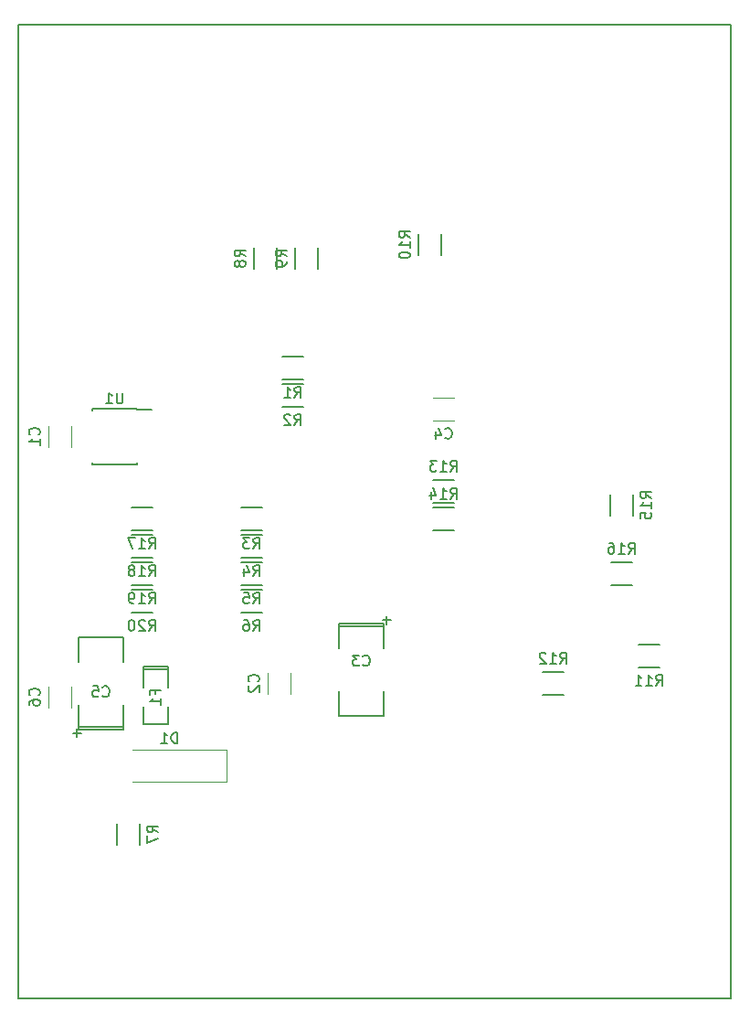
<source format=gbr>
%TF.GenerationSoftware,KiCad,Pcbnew,4.0.7*%
%TF.CreationDate,2018-04-11T17:00:31+03:00*%
%TF.ProjectId,mmnet_base_00,6D6D6E65745F626173655F30302E6B69,rev?*%
%TF.FileFunction,Legend,Bot*%
%FSLAX46Y46*%
G04 Gerber Fmt 4.6, Leading zero omitted, Abs format (unit mm)*
G04 Created by KiCad (PCBNEW 4.0.7) date 04/11/18 17:00:31*
%MOMM*%
%LPD*%
G01*
G04 APERTURE LIST*
%ADD10C,0.100000*%
%ADD11C,0.150000*%
%ADD12C,0.120000*%
G04 APERTURE END LIST*
D10*
D11*
X170180000Y-41910000D02*
X170180000Y-132080000D01*
X104140000Y-41910000D02*
X104140000Y-132080000D01*
X170180000Y-132080000D02*
X104140000Y-132080000D01*
X104140000Y-41910000D02*
X170180000Y-41910000D01*
D12*
X106925000Y-81010000D02*
X106925000Y-79010000D01*
X108975000Y-79010000D02*
X108975000Y-81010000D01*
X127245000Y-103870000D02*
X127245000Y-101870000D01*
X129295000Y-101870000D02*
X129295000Y-103870000D01*
D11*
X133789420Y-97600440D02*
X137990580Y-97600440D01*
X133789420Y-97299780D02*
X137990580Y-97299780D01*
X133789420Y-105900220D02*
X137990580Y-105900220D01*
X137995660Y-103596440D02*
X137995660Y-105882440D01*
X133784340Y-105882440D02*
X133784340Y-103596440D01*
X133784340Y-99601020D02*
X133784340Y-97315020D01*
X137995660Y-97317560D02*
X137995660Y-99603560D01*
D12*
X144510000Y-78495000D02*
X142510000Y-78495000D01*
X142510000Y-76445000D02*
X144510000Y-76445000D01*
D11*
X113860580Y-106869560D02*
X109659420Y-106869560D01*
X113860580Y-107170220D02*
X109659420Y-107170220D01*
X113860580Y-98569780D02*
X109659420Y-98569780D01*
X109654340Y-100873560D02*
X109654340Y-98587560D01*
X113865660Y-98587560D02*
X113865660Y-100873560D01*
X113865660Y-104868980D02*
X113865660Y-107154980D01*
X109654340Y-107152440D02*
X109654340Y-104866440D01*
D12*
X106925000Y-105140000D02*
X106925000Y-103140000D01*
X108975000Y-103140000D02*
X108975000Y-105140000D01*
X114710000Y-108990000D02*
X123410000Y-108990000D01*
X123410000Y-108990000D02*
X123410000Y-111990000D01*
X123410000Y-111990000D02*
X114710000Y-111990000D01*
D11*
X115697000Y-101600000D02*
X115697000Y-101346000D01*
X115697000Y-101346000D02*
X117983000Y-101346000D01*
X117983000Y-101346000D02*
X117983000Y-101600000D01*
X115697000Y-101600000D02*
X117983000Y-101600000D01*
X117983000Y-101600000D02*
X117983000Y-103251000D01*
X115697000Y-105029000D02*
X115697000Y-106680000D01*
X115697000Y-106680000D02*
X117983000Y-106680000D01*
X117983000Y-106680000D02*
X117983000Y-105029000D01*
X115697000Y-103251000D02*
X115697000Y-101600000D01*
X130540000Y-72585000D02*
X128540000Y-72585000D01*
X128540000Y-74735000D02*
X130540000Y-74735000D01*
X130540000Y-75125000D02*
X128540000Y-75125000D01*
X128540000Y-77275000D02*
X130540000Y-77275000D01*
X126730000Y-86555000D02*
X124730000Y-86555000D01*
X124730000Y-88705000D02*
X126730000Y-88705000D01*
X126730000Y-89095000D02*
X124730000Y-89095000D01*
X124730000Y-91245000D02*
X126730000Y-91245000D01*
X126730000Y-91635000D02*
X124730000Y-91635000D01*
X124730000Y-93785000D02*
X126730000Y-93785000D01*
X126730000Y-94175000D02*
X124730000Y-94175000D01*
X124730000Y-96325000D02*
X126730000Y-96325000D01*
X113225000Y-115840000D02*
X113225000Y-117840000D01*
X115375000Y-117840000D02*
X115375000Y-115840000D01*
X128075000Y-64500000D02*
X128075000Y-62500000D01*
X125925000Y-62500000D02*
X125925000Y-64500000D01*
X131885000Y-64500000D02*
X131885000Y-62500000D01*
X129735000Y-62500000D02*
X129735000Y-64500000D01*
X143315000Y-63230000D02*
X143315000Y-61230000D01*
X141165000Y-61230000D02*
X141165000Y-63230000D01*
X163560000Y-99255000D02*
X161560000Y-99255000D01*
X161560000Y-101405000D02*
X163560000Y-101405000D01*
X152670000Y-103945000D02*
X154670000Y-103945000D01*
X154670000Y-101795000D02*
X152670000Y-101795000D01*
X142510000Y-86165000D02*
X144510000Y-86165000D01*
X144510000Y-84015000D02*
X142510000Y-84015000D01*
X142510000Y-88705000D02*
X144510000Y-88705000D01*
X144510000Y-86555000D02*
X142510000Y-86555000D01*
X158945000Y-85360000D02*
X158945000Y-87360000D01*
X161095000Y-87360000D02*
X161095000Y-85360000D01*
X159020000Y-93785000D02*
X161020000Y-93785000D01*
X161020000Y-91635000D02*
X159020000Y-91635000D01*
X116570000Y-86555000D02*
X114570000Y-86555000D01*
X114570000Y-88705000D02*
X116570000Y-88705000D01*
X116570000Y-89095000D02*
X114570000Y-89095000D01*
X114570000Y-91245000D02*
X116570000Y-91245000D01*
X116570000Y-91635000D02*
X114570000Y-91635000D01*
X114570000Y-93785000D02*
X116570000Y-93785000D01*
X116570000Y-94175000D02*
X114570000Y-94175000D01*
X114570000Y-96325000D02*
X116570000Y-96325000D01*
X115105000Y-77435000D02*
X115105000Y-77485000D01*
X110955000Y-77435000D02*
X110955000Y-77580000D01*
X110955000Y-82585000D02*
X110955000Y-82440000D01*
X115105000Y-82585000D02*
X115105000Y-82440000D01*
X115105000Y-77435000D02*
X110955000Y-77435000D01*
X115105000Y-82585000D02*
X110955000Y-82585000D01*
X115105000Y-77485000D02*
X116505000Y-77485000D01*
X106007143Y-79843334D02*
X106054762Y-79795715D01*
X106102381Y-79652858D01*
X106102381Y-79557620D01*
X106054762Y-79414762D01*
X105959524Y-79319524D01*
X105864286Y-79271905D01*
X105673810Y-79224286D01*
X105530952Y-79224286D01*
X105340476Y-79271905D01*
X105245238Y-79319524D01*
X105150000Y-79414762D01*
X105102381Y-79557620D01*
X105102381Y-79652858D01*
X105150000Y-79795715D01*
X105197619Y-79843334D01*
X106102381Y-80795715D02*
X106102381Y-80224286D01*
X106102381Y-80510000D02*
X105102381Y-80510000D01*
X105245238Y-80414762D01*
X105340476Y-80319524D01*
X105388095Y-80224286D01*
X126327143Y-102703334D02*
X126374762Y-102655715D01*
X126422381Y-102512858D01*
X126422381Y-102417620D01*
X126374762Y-102274762D01*
X126279524Y-102179524D01*
X126184286Y-102131905D01*
X125993810Y-102084286D01*
X125850952Y-102084286D01*
X125660476Y-102131905D01*
X125565238Y-102179524D01*
X125470000Y-102274762D01*
X125422381Y-102417620D01*
X125422381Y-102512858D01*
X125470000Y-102655715D01*
X125517619Y-102703334D01*
X125517619Y-103084286D02*
X125470000Y-103131905D01*
X125422381Y-103227143D01*
X125422381Y-103465239D01*
X125470000Y-103560477D01*
X125517619Y-103608096D01*
X125612857Y-103655715D01*
X125708095Y-103655715D01*
X125850952Y-103608096D01*
X126422381Y-103036667D01*
X126422381Y-103655715D01*
X136056666Y-101157043D02*
X136104285Y-101204662D01*
X136247142Y-101252281D01*
X136342380Y-101252281D01*
X136485238Y-101204662D01*
X136580476Y-101109424D01*
X136628095Y-101014186D01*
X136675714Y-100823710D01*
X136675714Y-100680852D01*
X136628095Y-100490376D01*
X136580476Y-100395138D01*
X136485238Y-100299900D01*
X136342380Y-100252281D01*
X136247142Y-100252281D01*
X136104285Y-100299900D01*
X136056666Y-100347519D01*
X135723333Y-100252281D02*
X135104285Y-100252281D01*
X135437619Y-100633233D01*
X135294761Y-100633233D01*
X135199523Y-100680852D01*
X135151904Y-100728471D01*
X135104285Y-100823710D01*
X135104285Y-101061805D01*
X135151904Y-101157043D01*
X135199523Y-101204662D01*
X135294761Y-101252281D01*
X135580476Y-101252281D01*
X135675714Y-101204662D01*
X135723333Y-101157043D01*
X138262669Y-96619108D02*
X138262669Y-97381013D01*
X138643621Y-97000061D02*
X137881716Y-97000061D01*
X143676666Y-80127143D02*
X143724285Y-80174762D01*
X143867142Y-80222381D01*
X143962380Y-80222381D01*
X144105238Y-80174762D01*
X144200476Y-80079524D01*
X144248095Y-79984286D01*
X144295714Y-79793810D01*
X144295714Y-79650952D01*
X144248095Y-79460476D01*
X144200476Y-79365238D01*
X144105238Y-79270000D01*
X143962380Y-79222381D01*
X143867142Y-79222381D01*
X143724285Y-79270000D01*
X143676666Y-79317619D01*
X142819523Y-79555714D02*
X142819523Y-80222381D01*
X143057619Y-79174762D02*
X143295714Y-79889048D01*
X142676666Y-79889048D01*
X111926666Y-104027243D02*
X111974285Y-104074862D01*
X112117142Y-104122481D01*
X112212380Y-104122481D01*
X112355238Y-104074862D01*
X112450476Y-103979624D01*
X112498095Y-103884386D01*
X112545714Y-103693910D01*
X112545714Y-103551052D01*
X112498095Y-103360576D01*
X112450476Y-103265338D01*
X112355238Y-103170100D01*
X112212380Y-103122481D01*
X112117142Y-103122481D01*
X111974285Y-103170100D01*
X111926666Y-103217719D01*
X111021904Y-103122481D02*
X111498095Y-103122481D01*
X111545714Y-103598671D01*
X111498095Y-103551052D01*
X111402857Y-103503433D01*
X111164761Y-103503433D01*
X111069523Y-103551052D01*
X111021904Y-103598671D01*
X110974285Y-103693910D01*
X110974285Y-103932005D01*
X111021904Y-104027243D01*
X111069523Y-104074862D01*
X111164761Y-104122481D01*
X111402857Y-104122481D01*
X111498095Y-104074862D01*
X111545714Y-104027243D01*
X109530189Y-107088988D02*
X109530189Y-107850893D01*
X109911141Y-107469941D02*
X109149236Y-107469941D01*
X106007143Y-103973334D02*
X106054762Y-103925715D01*
X106102381Y-103782858D01*
X106102381Y-103687620D01*
X106054762Y-103544762D01*
X105959524Y-103449524D01*
X105864286Y-103401905D01*
X105673810Y-103354286D01*
X105530952Y-103354286D01*
X105340476Y-103401905D01*
X105245238Y-103449524D01*
X105150000Y-103544762D01*
X105102381Y-103687620D01*
X105102381Y-103782858D01*
X105150000Y-103925715D01*
X105197619Y-103973334D01*
X105102381Y-104830477D02*
X105102381Y-104640000D01*
X105150000Y-104544762D01*
X105197619Y-104497143D01*
X105340476Y-104401905D01*
X105530952Y-104354286D01*
X105911905Y-104354286D01*
X106007143Y-104401905D01*
X106054762Y-104449524D01*
X106102381Y-104544762D01*
X106102381Y-104735239D01*
X106054762Y-104830477D01*
X106007143Y-104878096D01*
X105911905Y-104925715D01*
X105673810Y-104925715D01*
X105578571Y-104878096D01*
X105530952Y-104830477D01*
X105483333Y-104735239D01*
X105483333Y-104544762D01*
X105530952Y-104449524D01*
X105578571Y-104401905D01*
X105673810Y-104354286D01*
X118848095Y-108402381D02*
X118848095Y-107402381D01*
X118610000Y-107402381D01*
X118467142Y-107450000D01*
X118371904Y-107545238D01*
X118324285Y-107640476D01*
X118276666Y-107830952D01*
X118276666Y-107973810D01*
X118324285Y-108164286D01*
X118371904Y-108259524D01*
X118467142Y-108354762D01*
X118610000Y-108402381D01*
X118848095Y-108402381D01*
X117324285Y-108402381D02*
X117895714Y-108402381D01*
X117610000Y-108402381D02*
X117610000Y-107402381D01*
X117705238Y-107545238D01*
X117800476Y-107640476D01*
X117895714Y-107688095D01*
X116768571Y-103806667D02*
X116768571Y-103473333D01*
X117292381Y-103473333D02*
X116292381Y-103473333D01*
X116292381Y-103949524D01*
X117292381Y-104854286D02*
X117292381Y-104282857D01*
X117292381Y-104568571D02*
X116292381Y-104568571D01*
X116435238Y-104473333D01*
X116530476Y-104378095D01*
X116578095Y-104282857D01*
X129706666Y-76412381D02*
X130040000Y-75936190D01*
X130278095Y-76412381D02*
X130278095Y-75412381D01*
X129897142Y-75412381D01*
X129801904Y-75460000D01*
X129754285Y-75507619D01*
X129706666Y-75602857D01*
X129706666Y-75745714D01*
X129754285Y-75840952D01*
X129801904Y-75888571D01*
X129897142Y-75936190D01*
X130278095Y-75936190D01*
X128754285Y-76412381D02*
X129325714Y-76412381D01*
X129040000Y-76412381D02*
X129040000Y-75412381D01*
X129135238Y-75555238D01*
X129230476Y-75650476D01*
X129325714Y-75698095D01*
X129706666Y-78952381D02*
X130040000Y-78476190D01*
X130278095Y-78952381D02*
X130278095Y-77952381D01*
X129897142Y-77952381D01*
X129801904Y-78000000D01*
X129754285Y-78047619D01*
X129706666Y-78142857D01*
X129706666Y-78285714D01*
X129754285Y-78380952D01*
X129801904Y-78428571D01*
X129897142Y-78476190D01*
X130278095Y-78476190D01*
X129325714Y-78047619D02*
X129278095Y-78000000D01*
X129182857Y-77952381D01*
X128944761Y-77952381D01*
X128849523Y-78000000D01*
X128801904Y-78047619D01*
X128754285Y-78142857D01*
X128754285Y-78238095D01*
X128801904Y-78380952D01*
X129373333Y-78952381D01*
X128754285Y-78952381D01*
X125896666Y-90382381D02*
X126230000Y-89906190D01*
X126468095Y-90382381D02*
X126468095Y-89382381D01*
X126087142Y-89382381D01*
X125991904Y-89430000D01*
X125944285Y-89477619D01*
X125896666Y-89572857D01*
X125896666Y-89715714D01*
X125944285Y-89810952D01*
X125991904Y-89858571D01*
X126087142Y-89906190D01*
X126468095Y-89906190D01*
X125563333Y-89382381D02*
X124944285Y-89382381D01*
X125277619Y-89763333D01*
X125134761Y-89763333D01*
X125039523Y-89810952D01*
X124991904Y-89858571D01*
X124944285Y-89953810D01*
X124944285Y-90191905D01*
X124991904Y-90287143D01*
X125039523Y-90334762D01*
X125134761Y-90382381D01*
X125420476Y-90382381D01*
X125515714Y-90334762D01*
X125563333Y-90287143D01*
X125896666Y-92922381D02*
X126230000Y-92446190D01*
X126468095Y-92922381D02*
X126468095Y-91922381D01*
X126087142Y-91922381D01*
X125991904Y-91970000D01*
X125944285Y-92017619D01*
X125896666Y-92112857D01*
X125896666Y-92255714D01*
X125944285Y-92350952D01*
X125991904Y-92398571D01*
X126087142Y-92446190D01*
X126468095Y-92446190D01*
X125039523Y-92255714D02*
X125039523Y-92922381D01*
X125277619Y-91874762D02*
X125515714Y-92589048D01*
X124896666Y-92589048D01*
X125896666Y-95462381D02*
X126230000Y-94986190D01*
X126468095Y-95462381D02*
X126468095Y-94462381D01*
X126087142Y-94462381D01*
X125991904Y-94510000D01*
X125944285Y-94557619D01*
X125896666Y-94652857D01*
X125896666Y-94795714D01*
X125944285Y-94890952D01*
X125991904Y-94938571D01*
X126087142Y-94986190D01*
X126468095Y-94986190D01*
X124991904Y-94462381D02*
X125468095Y-94462381D01*
X125515714Y-94938571D01*
X125468095Y-94890952D01*
X125372857Y-94843333D01*
X125134761Y-94843333D01*
X125039523Y-94890952D01*
X124991904Y-94938571D01*
X124944285Y-95033810D01*
X124944285Y-95271905D01*
X124991904Y-95367143D01*
X125039523Y-95414762D01*
X125134761Y-95462381D01*
X125372857Y-95462381D01*
X125468095Y-95414762D01*
X125515714Y-95367143D01*
X125896666Y-98002381D02*
X126230000Y-97526190D01*
X126468095Y-98002381D02*
X126468095Y-97002381D01*
X126087142Y-97002381D01*
X125991904Y-97050000D01*
X125944285Y-97097619D01*
X125896666Y-97192857D01*
X125896666Y-97335714D01*
X125944285Y-97430952D01*
X125991904Y-97478571D01*
X126087142Y-97526190D01*
X126468095Y-97526190D01*
X125039523Y-97002381D02*
X125230000Y-97002381D01*
X125325238Y-97050000D01*
X125372857Y-97097619D01*
X125468095Y-97240476D01*
X125515714Y-97430952D01*
X125515714Y-97811905D01*
X125468095Y-97907143D01*
X125420476Y-97954762D01*
X125325238Y-98002381D01*
X125134761Y-98002381D01*
X125039523Y-97954762D01*
X124991904Y-97907143D01*
X124944285Y-97811905D01*
X124944285Y-97573810D01*
X124991904Y-97478571D01*
X125039523Y-97430952D01*
X125134761Y-97383333D01*
X125325238Y-97383333D01*
X125420476Y-97430952D01*
X125468095Y-97478571D01*
X125515714Y-97573810D01*
X117052381Y-116673334D02*
X116576190Y-116340000D01*
X117052381Y-116101905D02*
X116052381Y-116101905D01*
X116052381Y-116482858D01*
X116100000Y-116578096D01*
X116147619Y-116625715D01*
X116242857Y-116673334D01*
X116385714Y-116673334D01*
X116480952Y-116625715D01*
X116528571Y-116578096D01*
X116576190Y-116482858D01*
X116576190Y-116101905D01*
X116052381Y-117006667D02*
X116052381Y-117673334D01*
X117052381Y-117244762D01*
X125152381Y-63333334D02*
X124676190Y-63000000D01*
X125152381Y-62761905D02*
X124152381Y-62761905D01*
X124152381Y-63142858D01*
X124200000Y-63238096D01*
X124247619Y-63285715D01*
X124342857Y-63333334D01*
X124485714Y-63333334D01*
X124580952Y-63285715D01*
X124628571Y-63238096D01*
X124676190Y-63142858D01*
X124676190Y-62761905D01*
X124580952Y-63904762D02*
X124533333Y-63809524D01*
X124485714Y-63761905D01*
X124390476Y-63714286D01*
X124342857Y-63714286D01*
X124247619Y-63761905D01*
X124200000Y-63809524D01*
X124152381Y-63904762D01*
X124152381Y-64095239D01*
X124200000Y-64190477D01*
X124247619Y-64238096D01*
X124342857Y-64285715D01*
X124390476Y-64285715D01*
X124485714Y-64238096D01*
X124533333Y-64190477D01*
X124580952Y-64095239D01*
X124580952Y-63904762D01*
X124628571Y-63809524D01*
X124676190Y-63761905D01*
X124771429Y-63714286D01*
X124961905Y-63714286D01*
X125057143Y-63761905D01*
X125104762Y-63809524D01*
X125152381Y-63904762D01*
X125152381Y-64095239D01*
X125104762Y-64190477D01*
X125057143Y-64238096D01*
X124961905Y-64285715D01*
X124771429Y-64285715D01*
X124676190Y-64238096D01*
X124628571Y-64190477D01*
X124580952Y-64095239D01*
X128962381Y-63333334D02*
X128486190Y-63000000D01*
X128962381Y-62761905D02*
X127962381Y-62761905D01*
X127962381Y-63142858D01*
X128010000Y-63238096D01*
X128057619Y-63285715D01*
X128152857Y-63333334D01*
X128295714Y-63333334D01*
X128390952Y-63285715D01*
X128438571Y-63238096D01*
X128486190Y-63142858D01*
X128486190Y-62761905D01*
X128962381Y-63809524D02*
X128962381Y-64000000D01*
X128914762Y-64095239D01*
X128867143Y-64142858D01*
X128724286Y-64238096D01*
X128533810Y-64285715D01*
X128152857Y-64285715D01*
X128057619Y-64238096D01*
X128010000Y-64190477D01*
X127962381Y-64095239D01*
X127962381Y-63904762D01*
X128010000Y-63809524D01*
X128057619Y-63761905D01*
X128152857Y-63714286D01*
X128390952Y-63714286D01*
X128486190Y-63761905D01*
X128533810Y-63809524D01*
X128581429Y-63904762D01*
X128581429Y-64095239D01*
X128533810Y-64190477D01*
X128486190Y-64238096D01*
X128390952Y-64285715D01*
X140392381Y-61587143D02*
X139916190Y-61253809D01*
X140392381Y-61015714D02*
X139392381Y-61015714D01*
X139392381Y-61396667D01*
X139440000Y-61491905D01*
X139487619Y-61539524D01*
X139582857Y-61587143D01*
X139725714Y-61587143D01*
X139820952Y-61539524D01*
X139868571Y-61491905D01*
X139916190Y-61396667D01*
X139916190Y-61015714D01*
X140392381Y-62539524D02*
X140392381Y-61968095D01*
X140392381Y-62253809D02*
X139392381Y-62253809D01*
X139535238Y-62158571D01*
X139630476Y-62063333D01*
X139678095Y-61968095D01*
X139392381Y-63158571D02*
X139392381Y-63253810D01*
X139440000Y-63349048D01*
X139487619Y-63396667D01*
X139582857Y-63444286D01*
X139773333Y-63491905D01*
X140011429Y-63491905D01*
X140201905Y-63444286D01*
X140297143Y-63396667D01*
X140344762Y-63349048D01*
X140392381Y-63253810D01*
X140392381Y-63158571D01*
X140344762Y-63063333D01*
X140297143Y-63015714D01*
X140201905Y-62968095D01*
X140011429Y-62920476D01*
X139773333Y-62920476D01*
X139582857Y-62968095D01*
X139487619Y-63015714D01*
X139440000Y-63063333D01*
X139392381Y-63158571D01*
X163202857Y-103082381D02*
X163536191Y-102606190D01*
X163774286Y-103082381D02*
X163774286Y-102082381D01*
X163393333Y-102082381D01*
X163298095Y-102130000D01*
X163250476Y-102177619D01*
X163202857Y-102272857D01*
X163202857Y-102415714D01*
X163250476Y-102510952D01*
X163298095Y-102558571D01*
X163393333Y-102606190D01*
X163774286Y-102606190D01*
X162250476Y-103082381D02*
X162821905Y-103082381D01*
X162536191Y-103082381D02*
X162536191Y-102082381D01*
X162631429Y-102225238D01*
X162726667Y-102320476D01*
X162821905Y-102368095D01*
X161298095Y-103082381D02*
X161869524Y-103082381D01*
X161583810Y-103082381D02*
X161583810Y-102082381D01*
X161679048Y-102225238D01*
X161774286Y-102320476D01*
X161869524Y-102368095D01*
X154312857Y-101022381D02*
X154646191Y-100546190D01*
X154884286Y-101022381D02*
X154884286Y-100022381D01*
X154503333Y-100022381D01*
X154408095Y-100070000D01*
X154360476Y-100117619D01*
X154312857Y-100212857D01*
X154312857Y-100355714D01*
X154360476Y-100450952D01*
X154408095Y-100498571D01*
X154503333Y-100546190D01*
X154884286Y-100546190D01*
X153360476Y-101022381D02*
X153931905Y-101022381D01*
X153646191Y-101022381D02*
X153646191Y-100022381D01*
X153741429Y-100165238D01*
X153836667Y-100260476D01*
X153931905Y-100308095D01*
X152979524Y-100117619D02*
X152931905Y-100070000D01*
X152836667Y-100022381D01*
X152598571Y-100022381D01*
X152503333Y-100070000D01*
X152455714Y-100117619D01*
X152408095Y-100212857D01*
X152408095Y-100308095D01*
X152455714Y-100450952D01*
X153027143Y-101022381D01*
X152408095Y-101022381D01*
X144152857Y-83242381D02*
X144486191Y-82766190D01*
X144724286Y-83242381D02*
X144724286Y-82242381D01*
X144343333Y-82242381D01*
X144248095Y-82290000D01*
X144200476Y-82337619D01*
X144152857Y-82432857D01*
X144152857Y-82575714D01*
X144200476Y-82670952D01*
X144248095Y-82718571D01*
X144343333Y-82766190D01*
X144724286Y-82766190D01*
X143200476Y-83242381D02*
X143771905Y-83242381D01*
X143486191Y-83242381D02*
X143486191Y-82242381D01*
X143581429Y-82385238D01*
X143676667Y-82480476D01*
X143771905Y-82528095D01*
X142867143Y-82242381D02*
X142248095Y-82242381D01*
X142581429Y-82623333D01*
X142438571Y-82623333D01*
X142343333Y-82670952D01*
X142295714Y-82718571D01*
X142248095Y-82813810D01*
X142248095Y-83051905D01*
X142295714Y-83147143D01*
X142343333Y-83194762D01*
X142438571Y-83242381D01*
X142724286Y-83242381D01*
X142819524Y-83194762D01*
X142867143Y-83147143D01*
X144152857Y-85782381D02*
X144486191Y-85306190D01*
X144724286Y-85782381D02*
X144724286Y-84782381D01*
X144343333Y-84782381D01*
X144248095Y-84830000D01*
X144200476Y-84877619D01*
X144152857Y-84972857D01*
X144152857Y-85115714D01*
X144200476Y-85210952D01*
X144248095Y-85258571D01*
X144343333Y-85306190D01*
X144724286Y-85306190D01*
X143200476Y-85782381D02*
X143771905Y-85782381D01*
X143486191Y-85782381D02*
X143486191Y-84782381D01*
X143581429Y-84925238D01*
X143676667Y-85020476D01*
X143771905Y-85068095D01*
X142343333Y-85115714D02*
X142343333Y-85782381D01*
X142581429Y-84734762D02*
X142819524Y-85449048D01*
X142200476Y-85449048D01*
X162772381Y-85717143D02*
X162296190Y-85383809D01*
X162772381Y-85145714D02*
X161772381Y-85145714D01*
X161772381Y-85526667D01*
X161820000Y-85621905D01*
X161867619Y-85669524D01*
X161962857Y-85717143D01*
X162105714Y-85717143D01*
X162200952Y-85669524D01*
X162248571Y-85621905D01*
X162296190Y-85526667D01*
X162296190Y-85145714D01*
X162772381Y-86669524D02*
X162772381Y-86098095D01*
X162772381Y-86383809D02*
X161772381Y-86383809D01*
X161915238Y-86288571D01*
X162010476Y-86193333D01*
X162058095Y-86098095D01*
X161772381Y-87574286D02*
X161772381Y-87098095D01*
X162248571Y-87050476D01*
X162200952Y-87098095D01*
X162153333Y-87193333D01*
X162153333Y-87431429D01*
X162200952Y-87526667D01*
X162248571Y-87574286D01*
X162343810Y-87621905D01*
X162581905Y-87621905D01*
X162677143Y-87574286D01*
X162724762Y-87526667D01*
X162772381Y-87431429D01*
X162772381Y-87193333D01*
X162724762Y-87098095D01*
X162677143Y-87050476D01*
X160662857Y-90862381D02*
X160996191Y-90386190D01*
X161234286Y-90862381D02*
X161234286Y-89862381D01*
X160853333Y-89862381D01*
X160758095Y-89910000D01*
X160710476Y-89957619D01*
X160662857Y-90052857D01*
X160662857Y-90195714D01*
X160710476Y-90290952D01*
X160758095Y-90338571D01*
X160853333Y-90386190D01*
X161234286Y-90386190D01*
X159710476Y-90862381D02*
X160281905Y-90862381D01*
X159996191Y-90862381D02*
X159996191Y-89862381D01*
X160091429Y-90005238D01*
X160186667Y-90100476D01*
X160281905Y-90148095D01*
X158853333Y-89862381D02*
X159043810Y-89862381D01*
X159139048Y-89910000D01*
X159186667Y-89957619D01*
X159281905Y-90100476D01*
X159329524Y-90290952D01*
X159329524Y-90671905D01*
X159281905Y-90767143D01*
X159234286Y-90814762D01*
X159139048Y-90862381D01*
X158948571Y-90862381D01*
X158853333Y-90814762D01*
X158805714Y-90767143D01*
X158758095Y-90671905D01*
X158758095Y-90433810D01*
X158805714Y-90338571D01*
X158853333Y-90290952D01*
X158948571Y-90243333D01*
X159139048Y-90243333D01*
X159234286Y-90290952D01*
X159281905Y-90338571D01*
X159329524Y-90433810D01*
X116212857Y-90382381D02*
X116546191Y-89906190D01*
X116784286Y-90382381D02*
X116784286Y-89382381D01*
X116403333Y-89382381D01*
X116308095Y-89430000D01*
X116260476Y-89477619D01*
X116212857Y-89572857D01*
X116212857Y-89715714D01*
X116260476Y-89810952D01*
X116308095Y-89858571D01*
X116403333Y-89906190D01*
X116784286Y-89906190D01*
X115260476Y-90382381D02*
X115831905Y-90382381D01*
X115546191Y-90382381D02*
X115546191Y-89382381D01*
X115641429Y-89525238D01*
X115736667Y-89620476D01*
X115831905Y-89668095D01*
X114927143Y-89382381D02*
X114260476Y-89382381D01*
X114689048Y-90382381D01*
X116212857Y-92922381D02*
X116546191Y-92446190D01*
X116784286Y-92922381D02*
X116784286Y-91922381D01*
X116403333Y-91922381D01*
X116308095Y-91970000D01*
X116260476Y-92017619D01*
X116212857Y-92112857D01*
X116212857Y-92255714D01*
X116260476Y-92350952D01*
X116308095Y-92398571D01*
X116403333Y-92446190D01*
X116784286Y-92446190D01*
X115260476Y-92922381D02*
X115831905Y-92922381D01*
X115546191Y-92922381D02*
X115546191Y-91922381D01*
X115641429Y-92065238D01*
X115736667Y-92160476D01*
X115831905Y-92208095D01*
X114689048Y-92350952D02*
X114784286Y-92303333D01*
X114831905Y-92255714D01*
X114879524Y-92160476D01*
X114879524Y-92112857D01*
X114831905Y-92017619D01*
X114784286Y-91970000D01*
X114689048Y-91922381D01*
X114498571Y-91922381D01*
X114403333Y-91970000D01*
X114355714Y-92017619D01*
X114308095Y-92112857D01*
X114308095Y-92160476D01*
X114355714Y-92255714D01*
X114403333Y-92303333D01*
X114498571Y-92350952D01*
X114689048Y-92350952D01*
X114784286Y-92398571D01*
X114831905Y-92446190D01*
X114879524Y-92541429D01*
X114879524Y-92731905D01*
X114831905Y-92827143D01*
X114784286Y-92874762D01*
X114689048Y-92922381D01*
X114498571Y-92922381D01*
X114403333Y-92874762D01*
X114355714Y-92827143D01*
X114308095Y-92731905D01*
X114308095Y-92541429D01*
X114355714Y-92446190D01*
X114403333Y-92398571D01*
X114498571Y-92350952D01*
X116212857Y-95462381D02*
X116546191Y-94986190D01*
X116784286Y-95462381D02*
X116784286Y-94462381D01*
X116403333Y-94462381D01*
X116308095Y-94510000D01*
X116260476Y-94557619D01*
X116212857Y-94652857D01*
X116212857Y-94795714D01*
X116260476Y-94890952D01*
X116308095Y-94938571D01*
X116403333Y-94986190D01*
X116784286Y-94986190D01*
X115260476Y-95462381D02*
X115831905Y-95462381D01*
X115546191Y-95462381D02*
X115546191Y-94462381D01*
X115641429Y-94605238D01*
X115736667Y-94700476D01*
X115831905Y-94748095D01*
X114784286Y-95462381D02*
X114593810Y-95462381D01*
X114498571Y-95414762D01*
X114450952Y-95367143D01*
X114355714Y-95224286D01*
X114308095Y-95033810D01*
X114308095Y-94652857D01*
X114355714Y-94557619D01*
X114403333Y-94510000D01*
X114498571Y-94462381D01*
X114689048Y-94462381D01*
X114784286Y-94510000D01*
X114831905Y-94557619D01*
X114879524Y-94652857D01*
X114879524Y-94890952D01*
X114831905Y-94986190D01*
X114784286Y-95033810D01*
X114689048Y-95081429D01*
X114498571Y-95081429D01*
X114403333Y-95033810D01*
X114355714Y-94986190D01*
X114308095Y-94890952D01*
X116212857Y-98002381D02*
X116546191Y-97526190D01*
X116784286Y-98002381D02*
X116784286Y-97002381D01*
X116403333Y-97002381D01*
X116308095Y-97050000D01*
X116260476Y-97097619D01*
X116212857Y-97192857D01*
X116212857Y-97335714D01*
X116260476Y-97430952D01*
X116308095Y-97478571D01*
X116403333Y-97526190D01*
X116784286Y-97526190D01*
X115831905Y-97097619D02*
X115784286Y-97050000D01*
X115689048Y-97002381D01*
X115450952Y-97002381D01*
X115355714Y-97050000D01*
X115308095Y-97097619D01*
X115260476Y-97192857D01*
X115260476Y-97288095D01*
X115308095Y-97430952D01*
X115879524Y-98002381D01*
X115260476Y-98002381D01*
X114641429Y-97002381D02*
X114546190Y-97002381D01*
X114450952Y-97050000D01*
X114403333Y-97097619D01*
X114355714Y-97192857D01*
X114308095Y-97383333D01*
X114308095Y-97621429D01*
X114355714Y-97811905D01*
X114403333Y-97907143D01*
X114450952Y-97954762D01*
X114546190Y-98002381D01*
X114641429Y-98002381D01*
X114736667Y-97954762D01*
X114784286Y-97907143D01*
X114831905Y-97811905D01*
X114879524Y-97621429D01*
X114879524Y-97383333D01*
X114831905Y-97192857D01*
X114784286Y-97097619D01*
X114736667Y-97050000D01*
X114641429Y-97002381D01*
X113791905Y-75962381D02*
X113791905Y-76771905D01*
X113744286Y-76867143D01*
X113696667Y-76914762D01*
X113601429Y-76962381D01*
X113410952Y-76962381D01*
X113315714Y-76914762D01*
X113268095Y-76867143D01*
X113220476Y-76771905D01*
X113220476Y-75962381D01*
X112220476Y-76962381D02*
X112791905Y-76962381D01*
X112506191Y-76962381D02*
X112506191Y-75962381D01*
X112601429Y-76105238D01*
X112696667Y-76200476D01*
X112791905Y-76248095D01*
M02*

</source>
